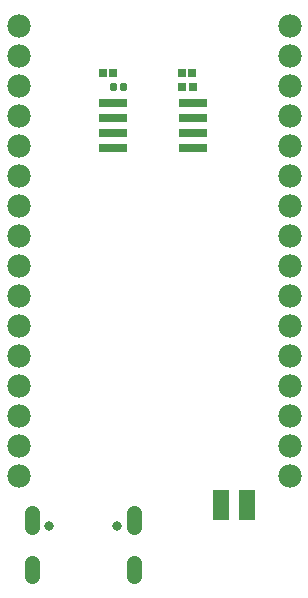
<source format=gbr>
G04 EAGLE Gerber RS-274X export*
G75*
%MOMM*%
%FSLAX34Y34*%
%LPD*%
%INSoldermask Bottom*%
%IPPOS*%
%AMOC8*
5,1,8,0,0,1.08239X$1,22.5*%
G01*
%ADD10C,1.259600*%
%ADD11C,0.801600*%
%ADD12C,1.981200*%
%ADD13R,1.371600X2.641600*%
%ADD14R,2.387600X0.711200*%
%ADD15R,0.641600X0.701600*%
%ADD16C,0.372125*%


D10*
X20800Y63010D02*
X20800Y74590D01*
X107200Y74590D02*
X107200Y63010D01*
X20800Y32790D02*
X20800Y21210D01*
X107200Y21210D02*
X107200Y32790D01*
D11*
X35100Y63500D03*
X92900Y63500D03*
D12*
X10000Y106000D03*
X10000Y131400D03*
X10000Y156800D03*
X10000Y182200D03*
X10000Y207600D03*
X10000Y233000D03*
X10000Y258400D03*
X10000Y283800D03*
X10000Y309200D03*
X10000Y334600D03*
X10000Y360000D03*
X10000Y385400D03*
X10000Y410800D03*
X10000Y436200D03*
X10000Y461600D03*
X10000Y487000D03*
X239000Y106000D03*
X239000Y131400D03*
X239000Y156800D03*
X239000Y182200D03*
X239000Y207600D03*
X239000Y233000D03*
X239000Y258400D03*
X239000Y283800D03*
X239000Y309200D03*
X239000Y334600D03*
X239000Y360000D03*
X239000Y385400D03*
X239000Y410800D03*
X239000Y436200D03*
X239000Y461600D03*
X239000Y487000D03*
D13*
X203400Y81200D03*
X180600Y81300D03*
D14*
X156972Y421640D03*
X89408Y421640D03*
X156972Y408940D03*
X156972Y396240D03*
X89408Y408940D03*
X89408Y396240D03*
X156972Y383540D03*
X89408Y383540D03*
D15*
X148299Y435610D03*
X156939Y435610D03*
D16*
X99648Y437258D02*
X96952Y437258D01*
X99648Y437258D02*
X99648Y433962D01*
X96952Y433962D01*
X96952Y437258D01*
X91008Y437258D02*
X88312Y437258D01*
X91008Y437258D02*
X91008Y433962D01*
X88312Y433962D01*
X88312Y437258D01*
D15*
X89566Y446964D03*
X80926Y446964D03*
X156720Y447435D03*
X148080Y447435D03*
M02*

</source>
